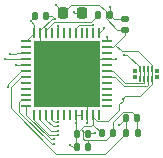
<source format=gbr>
%TF.GenerationSoftware,KiCad,Pcbnew,9.0.0*%
%TF.CreationDate,2025-03-13T15:54:17-04:00*%
%TF.ProjectId,IngestibleCapsule-Board,496e6765-7374-4696-926c-654361707375,rev?*%
%TF.SameCoordinates,Original*%
%TF.FileFunction,Copper,L1,Top*%
%TF.FilePolarity,Positive*%
%FSLAX46Y46*%
G04 Gerber Fmt 4.6, Leading zero omitted, Abs format (unit mm)*
G04 Created by KiCad (PCBNEW 9.0.0) date 2025-03-13 15:54:17*
%MOMM*%
%LPD*%
G01*
G04 APERTURE LIST*
G04 Aperture macros list*
%AMRoundRect*
0 Rectangle with rounded corners*
0 $1 Rounding radius*
0 $2 $3 $4 $5 $6 $7 $8 $9 X,Y pos of 4 corners*
0 Add a 4 corners polygon primitive as box body*
4,1,4,$2,$3,$4,$5,$6,$7,$8,$9,$2,$3,0*
0 Add four circle primitives for the rounded corners*
1,1,$1+$1,$2,$3*
1,1,$1+$1,$4,$5*
1,1,$1+$1,$6,$7*
1,1,$1+$1,$8,$9*
0 Add four rect primitives between the rounded corners*
20,1,$1+$1,$2,$3,$4,$5,0*
20,1,$1+$1,$4,$5,$6,$7,0*
20,1,$1+$1,$6,$7,$8,$9,0*
20,1,$1+$1,$8,$9,$2,$3,0*%
G04 Aperture macros list end*
%TA.AperFunction,SMDPad,CuDef*%
%ADD10RoundRect,0.140000X-0.140000X-0.170000X0.140000X-0.170000X0.140000X0.170000X-0.140000X0.170000X0*%
%TD*%
%TA.AperFunction,SMDPad,CuDef*%
%ADD11RoundRect,0.225000X-0.225000X-0.250000X0.225000X-0.250000X0.225000X0.250000X-0.225000X0.250000X0*%
%TD*%
%TA.AperFunction,SMDPad,CuDef*%
%ADD12RoundRect,0.140000X0.170000X-0.140000X0.170000X0.140000X-0.170000X0.140000X-0.170000X-0.140000X0*%
%TD*%
%TA.AperFunction,SMDPad,CuDef*%
%ADD13RoundRect,0.135000X-0.135000X-0.185000X0.135000X-0.185000X0.135000X0.185000X-0.135000X0.185000X0*%
%TD*%
%TA.AperFunction,SMDPad,CuDef*%
%ADD14R,0.380000X0.300000*%
%TD*%
%TA.AperFunction,SMDPad,CuDef*%
%ADD15R,0.200000X0.520000*%
%TD*%
%TA.AperFunction,SMDPad,CuDef*%
%ADD16RoundRect,0.062500X-0.375000X-0.062500X0.375000X-0.062500X0.375000X0.062500X-0.375000X0.062500X0*%
%TD*%
%TA.AperFunction,SMDPad,CuDef*%
%ADD17RoundRect,0.062500X-0.062500X-0.375000X0.062500X-0.375000X0.062500X0.375000X-0.062500X0.375000X0*%
%TD*%
%TA.AperFunction,HeatsinkPad*%
%ADD18R,5.600000X5.600000*%
%TD*%
%TA.AperFunction,ViaPad*%
%ADD19C,0.250000*%
%TD*%
%TA.AperFunction,Conductor*%
%ADD20C,0.100000*%
%TD*%
G04 APERTURE END LIST*
D10*
%TO.P,C5,1*%
%TO.N,+3.3V*%
X95620000Y-70100000D03*
%TO.P,C5,2*%
%TO.N,GND*%
X96580000Y-70100000D03*
%TD*%
%TO.P,C9,1*%
%TO.N,+3.3V*%
X99140000Y-81200000D03*
%TO.P,C9,2*%
%TO.N,GND*%
X100100000Y-81200000D03*
%TD*%
D11*
%TO.P,C10,1*%
%TO.N,+3.3V*%
X98000000Y-69800000D03*
%TO.P,C10,2*%
%TO.N,GND*%
X99550000Y-69800000D03*
%TD*%
D10*
%TO.P,C8,1*%
%TO.N,+3.3V*%
X99140000Y-80075000D03*
%TO.P,C8,2*%
%TO.N,GND*%
X100100000Y-80075000D03*
%TD*%
%TO.P,C11,1*%
%TO.N,/Processor/NRST*%
X103320000Y-78700000D03*
%TO.P,C11,2*%
%TO.N,GND*%
X104280000Y-78700000D03*
%TD*%
D12*
%TO.P,C6,1*%
%TO.N,+3.3V*%
X103200000Y-71280000D03*
%TO.P,C6,2*%
%TO.N,GND*%
X103200000Y-70320000D03*
%TD*%
D10*
%TO.P,C7,1*%
%TO.N,+3.3V*%
X101260000Y-80000000D03*
%TO.P,C7,2*%
%TO.N,GND*%
X102220000Y-80000000D03*
%TD*%
D13*
%TO.P,R3,1*%
%TO.N,/Processor/NRST*%
X103300000Y-80000000D03*
%TO.P,R3,2*%
%TO.N,GND*%
X104320000Y-80000000D03*
%TD*%
D14*
%TO.P,J2,*%
%TO.N,*%
X104035000Y-74720000D03*
X104035000Y-75280000D03*
X105965000Y-74720000D03*
X105965000Y-75280000D03*
D15*
%TO.P,J2,1,1*%
%TO.N,GND*%
X104475000Y-74610000D03*
X104475000Y-75390000D03*
%TO.P,J2,2,2*%
%TO.N,/MCU_I2C_SCL*%
X104825000Y-74610000D03*
X104825000Y-75390000D03*
%TO.P,J2,3,3*%
%TO.N,/MCU_I2C_SDA*%
X105175000Y-74610000D03*
X105175000Y-75390000D03*
%TO.P,J2,4,4*%
%TO.N,+3.3V*%
X105525000Y-74610000D03*
X105525000Y-75390000D03*
%TD*%
D16*
%TO.P,U1,1,VBAT*%
%TO.N,+3.3V*%
X94862500Y-72250000D03*
%TO.P,U1,2,PC13*%
%TO.N,unconnected-(U1-PC13-Pad2)*%
X94862500Y-72750000D03*
%TO.P,U1,3,PC14*%
%TO.N,Net-(U1-PC14)*%
X94862500Y-73250000D03*
%TO.P,U1,4,PC15*%
%TO.N,Net-(U1-PC15)*%
X94862500Y-73750000D03*
%TO.P,U1,5,PF0*%
%TO.N,Net-(U1-PF0)*%
X94862500Y-74250000D03*
%TO.P,U1,6,PF1*%
%TO.N,Net-(U1-PF1)*%
X94862500Y-74750000D03*
%TO.P,U1,7,PG10*%
%TO.N,/Processor/NRST*%
X94862500Y-75250000D03*
%TO.P,U1,8,PA0*%
%TO.N,unconnected-(U1-PA0-Pad8)*%
X94862500Y-75750000D03*
%TO.P,U1,9,PA1*%
%TO.N,unconnected-(U1-PA1-Pad9)*%
X94862500Y-76250000D03*
%TO.P,U1,10,PA2*%
%TO.N,unconnected-(U1-PA2-Pad10)*%
X94862500Y-76750000D03*
%TO.P,U1,11,PA3*%
%TO.N,/MCU_RF_IRQ*%
X94862500Y-77250000D03*
%TO.P,U1,12,PA4*%
%TO.N,/MCU_RF_CS*%
X94862500Y-77750000D03*
D17*
%TO.P,U1,13,PA5*%
%TO.N,/MCU_SPI_SCK*%
X95550000Y-78437500D03*
%TO.P,U1,14,PA6*%
%TO.N,/MCU_SPI_MISO*%
X96050000Y-78437500D03*
%TO.P,U1,15,PA7*%
%TO.N,/MCU_SPI_MOSI*%
X96550000Y-78437500D03*
%TO.P,U1,16,PC4*%
%TO.N,/MCU_MEM_CS*%
X97050000Y-78437500D03*
%TO.P,U1,17,PB0*%
%TO.N,unconnected-(U1-PB0-Pad17)*%
X97550000Y-78437500D03*
%TO.P,U1,18,PB1*%
%TO.N,unconnected-(U1-PB1-Pad18)*%
X98050000Y-78437500D03*
%TO.P,U1,19,PB2*%
%TO.N,unconnected-(U1-PB2-Pad19)*%
X98550000Y-78437500D03*
%TO.P,U1,20,VREF+*%
%TO.N,+3.3V*%
X99050000Y-78437500D03*
%TO.P,U1,21,VDDA*%
X99550000Y-78437500D03*
%TO.P,U1,22,PB10*%
%TO.N,GND*%
X100050000Y-78437500D03*
%TO.P,U1,23,VDD*%
%TO.N,+3.3V*%
X100550000Y-78437500D03*
%TO.P,U1,24,PB11*%
%TO.N,unconnected-(U1-PB11-Pad24)*%
X101050000Y-78437500D03*
D16*
%TO.P,U1,25,PB12*%
%TO.N,unconnected-(U1-PB12-Pad25)*%
X101737500Y-77750000D03*
%TO.P,U1,26,PB13*%
%TO.N,unconnected-(U1-PB13-Pad26)*%
X101737500Y-77250000D03*
%TO.P,U1,27,PB14*%
%TO.N,unconnected-(U1-PB14-Pad27)*%
X101737500Y-76750000D03*
%TO.P,U1,28,PB15*%
%TO.N,unconnected-(U1-PB15-Pad28)*%
X101737500Y-76250000D03*
%TO.P,U1,29,PC6*%
%TO.N,unconnected-(U1-PC6-Pad29)*%
X101737500Y-75750000D03*
%TO.P,U1,30,PA8*%
%TO.N,/MCU_I2C_SDA*%
X101737500Y-75250000D03*
%TO.P,U1,31,PA9*%
%TO.N,/MCU_I2C_SCL*%
X101737500Y-74750000D03*
%TO.P,U1,32,PA10*%
%TO.N,unconnected-(U1-PA10-Pad32)*%
X101737500Y-74250000D03*
%TO.P,U1,33,PA11*%
%TO.N,GND*%
X101737500Y-73750000D03*
%TO.P,U1,34,PA12*%
%TO.N,unconnected-(U1-PA12-Pad34)*%
X101737500Y-73250000D03*
%TO.P,U1,35,VDD*%
%TO.N,+3.3V*%
X101737500Y-72750000D03*
%TO.P,U1,36,PA13*%
%TO.N,/Processor/SWDIO*%
X101737500Y-72250000D03*
D17*
%TO.P,U1,37,PA14*%
%TO.N,/Processor/SWCLK*%
X101050000Y-71562500D03*
%TO.P,U1,38,PA15*%
%TO.N,unconnected-(U1-PA15-Pad38)*%
X100550000Y-71562500D03*
%TO.P,U1,39,PC10*%
%TO.N,unconnected-(U1-PC10-Pad39)*%
X100050000Y-71562500D03*
%TO.P,U1,40,PC11*%
%TO.N,unconnected-(U1-PC11-Pad40)*%
X99550000Y-71562500D03*
%TO.P,U1,41,PB3*%
%TO.N,/Processor/SWO*%
X99050000Y-71562500D03*
%TO.P,U1,42,PB4*%
%TO.N,unconnected-(U1-PB4-Pad42)*%
X98550000Y-71562500D03*
%TO.P,U1,43,PB5*%
%TO.N,unconnected-(U1-PB5-Pad43)*%
X98050000Y-71562500D03*
%TO.P,U1,44,PB6*%
%TO.N,/Processor/LED_OUT*%
X97550000Y-71562500D03*
%TO.P,U1,45,PB7*%
%TO.N,unconnected-(U1-PB7-Pad45)*%
X97050000Y-71562500D03*
%TO.P,U1,46,PB8*%
%TO.N,/Processor/BOOT0*%
X96550000Y-71562500D03*
%TO.P,U1,47,PB9*%
%TO.N,GND*%
X96050000Y-71562500D03*
%TO.P,U1,48,VDD*%
%TO.N,+3.3V*%
X95550000Y-71562500D03*
D18*
%TO.P,U1,49,VSS*%
%TO.N,GND*%
X98300000Y-75000000D03*
%TD*%
D13*
%TO.P,R2,1*%
%TO.N,/Processor/BOOT0*%
X100980000Y-70000000D03*
%TO.P,R2,2*%
%TO.N,GND*%
X102000000Y-70000000D03*
%TD*%
D19*
%TO.N,Net-(U1-PF0)*%
X94000000Y-74250000D03*
%TO.N,GND*%
X100400000Y-76850000D03*
X99700000Y-79850000D03*
X100650000Y-80000000D03*
X97300000Y-70350000D03*
X103150000Y-73400000D03*
X100050000Y-79125000D03*
X102000000Y-69350000D03*
X98900000Y-69750000D03*
X102450000Y-73750000D03*
X97300000Y-76900000D03*
%TO.N,Net-(U1-PC14)*%
X93500000Y-73300000D03*
%TO.N,Net-(U1-PC15)*%
X93100000Y-73700000D03*
%TO.N,+3.3V*%
X97400000Y-69200000D03*
X98600000Y-81000000D03*
X95250000Y-70550000D03*
X103025000Y-77100000D03*
X99050000Y-79125000D03*
%TO.N,/Processor/NRST*%
X102750000Y-79300000D03*
%TO.N,/Processor/LED_OUT*%
X97550000Y-70925000D03*
%TO.N,/Processor/SWO*%
X100550000Y-70850000D03*
%TO.N,/Processor/SWDIO*%
X101737500Y-71850000D03*
%TO.N,/Processor/SWCLK*%
X101450000Y-71150000D03*
%TO.N,Net-(U1-PF1)*%
X93312500Y-76085000D03*
%TO.N,/MCU_SPI_MOSI*%
X97544408Y-79449447D03*
%TO.N,/MCU_MEM_CS*%
X97564136Y-79100000D03*
%TO.N,/MCU_SPI_MISO*%
X97550000Y-79800000D03*
%TO.N,/MCU_RF_IRQ*%
X97230545Y-80919455D03*
%TO.N,/MCU_RF_CS*%
X97250000Y-80550000D03*
%TO.N,/MCU_SPI_SCK*%
X97550000Y-80150003D03*
%TD*%
D20*
%TO.N,Net-(U1-PF0)*%
X94862500Y-74250000D02*
X94000000Y-74250000D01*
%TO.N,GND*%
X104280000Y-78700000D02*
X104280000Y-79400000D01*
X100175000Y-80000000D02*
X100650000Y-80000000D01*
X99850000Y-80000000D02*
X100025000Y-80000000D01*
X99700000Y-79850000D02*
X99750000Y-79900000D01*
X96050000Y-72750000D02*
X98300000Y-75000000D01*
X96050000Y-71562500D02*
X96050000Y-72750000D01*
X103055584Y-78239000D02*
X103819000Y-78239000D01*
X102320000Y-70320000D02*
X102000000Y-70000000D01*
X99550000Y-73750000D02*
X98300000Y-75000000D01*
X99700000Y-79850000D02*
X99850000Y-80000000D01*
X97050000Y-70100000D02*
X97300000Y-70350000D01*
X104280000Y-79400000D02*
X104280000Y-79960000D01*
X103425000Y-73400000D02*
X104475000Y-74450000D01*
X103200000Y-70320000D02*
X102320000Y-70320000D01*
X102000000Y-70000000D02*
X102000000Y-69350000D01*
X100050000Y-76750000D02*
X98300000Y-75000000D01*
X100100000Y-80600000D02*
X101620000Y-80600000D01*
X99550000Y-69800000D02*
X98950000Y-69800000D01*
X100050000Y-78437500D02*
X100050000Y-76750000D01*
X99700000Y-79850000D02*
X99700000Y-80500000D01*
X100025000Y-80000000D02*
X100100000Y-80075000D01*
X103819000Y-78239000D02*
X104280000Y-78700000D01*
X104475000Y-74450000D02*
X104475000Y-74610000D01*
X102450000Y-73750000D02*
X101737500Y-73750000D01*
X104475000Y-75390000D02*
X104475000Y-74610000D01*
X101620000Y-80600000D02*
X102220000Y-80000000D01*
X97021334Y-70350000D02*
X96050000Y-71321334D01*
X100100000Y-80075000D02*
X100175000Y-80000000D01*
X98950000Y-69800000D02*
X98900000Y-69750000D01*
X99700000Y-80500000D02*
X99800000Y-80600000D01*
X102220000Y-80000000D02*
X102220000Y-79074584D01*
X101737500Y-73750000D02*
X99550000Y-73750000D01*
X100050000Y-79125000D02*
X100050000Y-78437500D01*
X102220000Y-79074584D02*
X103055584Y-78239000D01*
X97300000Y-70350000D02*
X97021334Y-70350000D01*
X96050000Y-71321334D02*
X96050000Y-71562500D01*
X100100000Y-81200000D02*
X100100000Y-80600000D01*
X96580000Y-70100000D02*
X97050000Y-70100000D01*
X99800000Y-80600000D02*
X100100000Y-80600000D01*
X103150000Y-73400000D02*
X103425000Y-73400000D01*
X104280000Y-79960000D02*
X104320000Y-80000000D01*
%TO.N,Net-(U1-PC14)*%
X94050000Y-73250000D02*
X94862500Y-73250000D01*
X94000000Y-73300000D02*
X94050000Y-73250000D01*
X93500000Y-73300000D02*
X94000000Y-73300000D01*
%TO.N,Net-(U1-PC15)*%
X93100000Y-73700000D02*
X94000000Y-73700000D01*
X94000000Y-73700000D02*
X94050000Y-73750000D01*
X94050000Y-73750000D02*
X94862500Y-73750000D01*
%TO.N,+3.3V*%
X105525000Y-75834256D02*
X104495556Y-76863700D01*
X99250000Y-79890000D02*
X99140000Y-80000000D01*
X103025000Y-77100000D02*
X103025000Y-77275000D01*
X105525000Y-74250000D02*
X104351300Y-73076300D01*
X104351300Y-73076300D02*
X102976300Y-73076300D01*
X101579000Y-69692792D02*
X101579000Y-70307208D01*
X98626000Y-69174000D02*
X101060208Y-69174000D01*
X98800000Y-81200000D02*
X98600000Y-81000000D01*
X103200000Y-71724999D02*
X103200000Y-71280000D01*
X100550000Y-79200000D02*
X100350000Y-79400000D01*
X105525000Y-74610000D02*
X105525000Y-74250000D01*
X99175000Y-79965000D02*
X99140000Y-80000000D01*
X95550000Y-70850000D02*
X95250000Y-70550000D01*
X103025000Y-77275000D02*
X102750000Y-77550000D01*
X94862500Y-72250000D02*
X95550000Y-71562500D01*
X102551792Y-71280000D02*
X103200000Y-71280000D01*
X102412499Y-72512499D02*
X103200000Y-71724999D01*
X105525000Y-75390000D02*
X105525000Y-75834256D01*
X101774000Y-79026000D02*
X100897334Y-79026000D01*
X102750000Y-77550000D02*
X102750000Y-78050000D01*
X100897334Y-79026000D02*
X100550000Y-78678666D01*
X99185000Y-79965000D02*
X99175000Y-79965000D01*
X100550000Y-79290000D02*
X101260000Y-80000000D01*
X99050000Y-78437500D02*
X99050000Y-79125000D01*
X101737500Y-72750000D02*
X102174999Y-72750000D01*
X99050000Y-79125000D02*
X99050000Y-81110000D01*
X95550000Y-71562500D02*
X95550000Y-70850000D01*
X99550000Y-78437500D02*
X99050000Y-78437500D01*
X99050000Y-81110000D02*
X99140000Y-81200000D01*
X95250000Y-70470000D02*
X95250000Y-70550000D01*
X102174999Y-72750000D02*
X102412499Y-72512499D01*
X103025000Y-77100000D02*
X103000000Y-77100000D01*
X99140000Y-81200000D02*
X98800000Y-81200000D01*
X101579000Y-70307208D02*
X102551792Y-71280000D01*
X99750000Y-79400000D02*
X99185000Y-79965000D01*
X100550000Y-78437500D02*
X100550000Y-79200000D01*
X102750000Y-78050000D02*
X101774000Y-79026000D01*
X102976300Y-73076300D02*
X102412499Y-72512499D01*
X98000000Y-69800000D02*
X98626000Y-69174000D01*
X101060208Y-69174000D02*
X101579000Y-69692792D01*
X100350000Y-79400000D02*
X99750000Y-79400000D01*
X105525000Y-74610000D02*
X105525000Y-75390000D01*
X100550000Y-79200000D02*
X100550000Y-79290000D01*
X95620000Y-70100000D02*
X95250000Y-70470000D01*
X104495556Y-76863700D02*
X103261300Y-76863700D01*
X103261300Y-76863700D02*
X103025000Y-77100000D01*
X100550000Y-78678666D02*
X100550000Y-78437500D01*
X98000000Y-69800000D02*
X97400000Y-69200000D01*
X99140000Y-80000000D02*
X99140000Y-80075000D01*
%TO.N,/Processor/NRST*%
X97400000Y-81750000D02*
X101550000Y-81750000D01*
X93600000Y-76075001D02*
X94425001Y-75250000D01*
X103320000Y-78700000D02*
X103320000Y-79980000D01*
X103320000Y-79980000D02*
X103300000Y-80000000D01*
X93575000Y-77425000D02*
X93600000Y-77400000D01*
X93550000Y-77450000D02*
X93550000Y-77900000D01*
X93600000Y-77400000D02*
X93600000Y-76075001D01*
X93575000Y-77425000D02*
X93550000Y-77450000D01*
X93550000Y-77900000D02*
X97400000Y-81750000D01*
X94425001Y-75250000D02*
X94862500Y-75250000D01*
X103320000Y-78730000D02*
X103320000Y-78700000D01*
X101550000Y-81750000D02*
X103300000Y-80000000D01*
X102750000Y-79300000D02*
X103320000Y-78730000D01*
%TO.N,/Processor/LED_OUT*%
X97550000Y-71562500D02*
X97550000Y-70925000D01*
%TO.N,/Processor/SWO*%
X99050000Y-71125001D02*
X99325001Y-70850000D01*
X99325001Y-70850000D02*
X100550000Y-70850000D01*
X99050000Y-71562500D02*
X99050000Y-71125001D01*
%TO.N,/Processor/SWDIO*%
X101737500Y-72250000D02*
X101737500Y-71850000D01*
%TO.N,/Processor/SWCLK*%
X101050000Y-71562500D02*
X101050000Y-71550000D01*
X101050000Y-71550000D02*
X101450000Y-71150000D01*
%TO.N,Net-(U1-PF1)*%
X93312500Y-76085000D02*
X93312500Y-75862501D01*
X93312500Y-75862501D02*
X94425001Y-74750000D01*
X94425001Y-74750000D02*
X94862500Y-74750000D01*
%TO.N,/Processor/BOOT0*%
X100354000Y-70626000D02*
X100980000Y-70000000D01*
X96550000Y-71261677D02*
X97185677Y-70626000D01*
X97185677Y-70626000D02*
X100354000Y-70626000D01*
X96550000Y-71562500D02*
X96550000Y-71261677D01*
%TO.N,/MCU_I2C_SCL*%
X104775000Y-75800000D02*
X103224999Y-75800000D01*
X102174999Y-74750000D02*
X101737500Y-74750000D01*
X104825000Y-75750000D02*
X104775000Y-75800000D01*
X104825000Y-75390000D02*
X104825000Y-75750000D01*
X104825000Y-74610000D02*
X104825000Y-75390000D01*
X103224999Y-75800000D02*
X102174999Y-74750000D01*
%TO.N,/MCU_I2C_SDA*%
X105175000Y-75900000D02*
X105175000Y-75390000D01*
X103141743Y-76001000D02*
X105074000Y-76001000D01*
X101737500Y-75250000D02*
X102390743Y-75250000D01*
X105074000Y-76001000D02*
X105175000Y-75900000D01*
X102390743Y-75250000D02*
X103141743Y-76001000D01*
X105175000Y-75390000D02*
X105175000Y-74610000D01*
%TO.N,/MCU_SPI_MOSI*%
X97124448Y-79449447D02*
X97544408Y-79449447D01*
X96550000Y-78437500D02*
X96550000Y-78874999D01*
X96550000Y-78874999D02*
X97124448Y-79449447D01*
%TO.N,/MCU_MEM_CS*%
X97564136Y-79100000D02*
X97275001Y-79100000D01*
X97275001Y-79100000D02*
X97050000Y-78874999D01*
X97050000Y-78874999D02*
X97050000Y-78437500D01*
%TO.N,/MCU_SPI_MISO*%
X96050000Y-78874999D02*
X96975001Y-79800000D01*
X96975001Y-79800000D02*
X97550000Y-79800000D01*
X96050000Y-78437500D02*
X96050000Y-78874999D01*
%TO.N,/MCU_RF_IRQ*%
X94425001Y-77250000D02*
X94274000Y-77401001D01*
X94862500Y-77250000D02*
X94425001Y-77250000D01*
X94274000Y-78186922D02*
X97006533Y-80919455D01*
X97006533Y-80919455D02*
X97230545Y-80919455D01*
X94274000Y-77401001D02*
X94274000Y-78186922D01*
%TO.N,/MCU_RF_CS*%
X94862500Y-78491166D02*
X96921334Y-80550000D01*
X96921334Y-80550000D02*
X97250000Y-80550000D01*
X94862500Y-77750000D02*
X94862500Y-78491166D01*
%TO.N,/MCU_SPI_SCK*%
X95550000Y-78437500D02*
X95550000Y-78874999D01*
X95550000Y-78874999D02*
X96825004Y-80150003D01*
X96825004Y-80150003D02*
X97550000Y-80150003D01*
%TD*%
M02*

</source>
